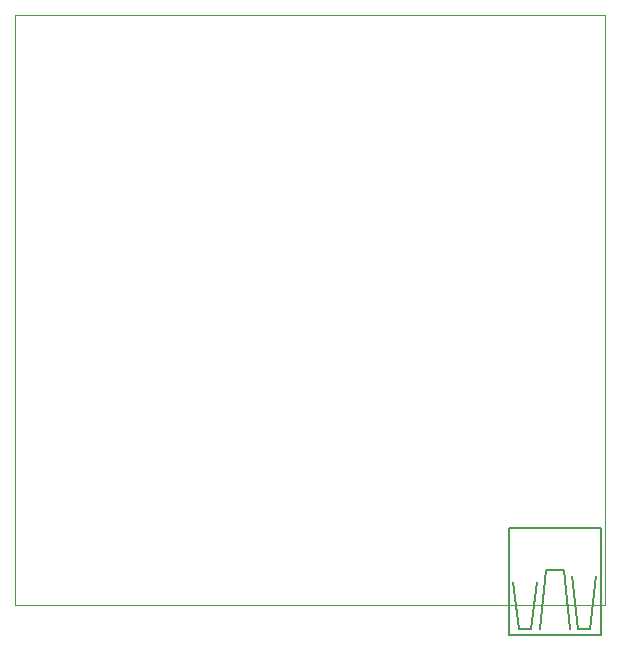
<source format=gbo>
G75*
%MOIN*%
%OFA0B0*%
%FSLAX25Y25*%
%IPPOS*%
%LPD*%
%AMOC8*
5,1,8,0,0,1.08239X$1,22.5*
%
%ADD10C,0.00000*%
%ADD11C,0.00500*%
D10*
X0006800Y0011800D02*
X0006800Y0208650D01*
X0203650Y0208650D01*
X0203650Y0011800D01*
X0006800Y0011800D01*
D11*
X0171446Y0002036D02*
X0171446Y0037469D01*
X0202154Y0037469D01*
X0202154Y0002036D01*
X0171446Y0002036D01*
X0174989Y0004005D02*
X0178926Y0004005D01*
X0180894Y0019753D01*
X0183847Y0023690D02*
X0189753Y0023690D01*
X0191721Y0004005D01*
X0194674Y0004005D02*
X0192706Y0021721D01*
X0200580Y0021721D02*
X0198611Y0004005D01*
X0194674Y0004005D01*
X0181879Y0004005D02*
X0183847Y0023690D01*
X0173020Y0019753D02*
X0174989Y0004005D01*
M02*

</source>
